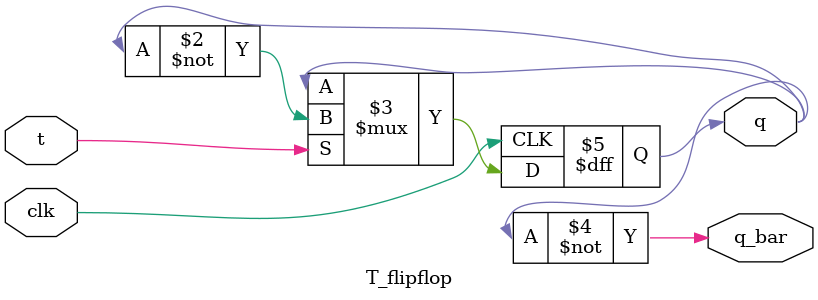
<source format=v>
module T_flipflop (
  input clk,
  input t,
  output reg q,
  output q_bar
  );
  
 
  always@(posedge clk) begin
    
      q <= (t?~q:q);
    end

  assign q_bar = ~q;
endmodule
</source>
